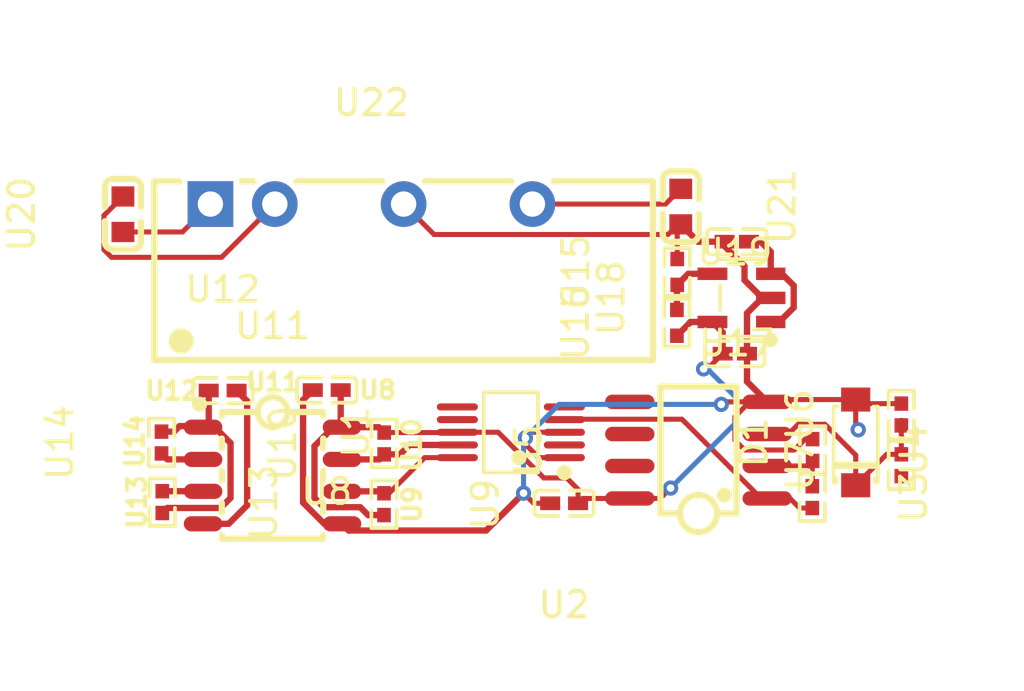
<source format=kicad_pcb>
(kicad_pcb (version 20240108) (generator "pcbnew") (generator_version "8.0")
  (layers (0 "F.Cu" signal) (31 "B.Cu" signal) (34 "B.Paste" user) (35 "F.Paste" user) (36 "B.SilkS" user "B.Silkscreen") (37 "F.SilkS" user "F.Silkscreen") (38 "B.Mask" user) (39 "F.Mask" user) (44 "Edge.Cuts" user))
  (net 0 "")
  (net 1 "AIN2")
  (net 2 "output")
  (net 3 "io")
  (net 4 "line-1")
  (net 5 "line")
  (net 6 "out")
  (net 7 "gnd-1")
  (net 8 "analog_in.amplifier.opamp.footprint.pins[5].net-net")
  (net 9 "hv-1")
  (net 10 "hv-3")
  (net 11 "AIN1")
  (net 12 "analog_in.amplifier.opamp.footprint.pins[6].net-net")
  (net 13 "gnd")
  (net 14 "gnd-2")
  (net 15 "cathode")
  (net 16 "ALERT_slash_RDY")
  (net 17 "hv-2")
  (net 18 "inverting")
  (net 19 "line-3")
  (net 20 "AIN3")
  (net 21 "hv")
  (net 22 "line-2")
  (net 23 "analog_in.amplifier.opamp.footprint.pins[4].net-net")
  (footprint "atopile:R0402-56259e" (layer "F.Cu") (at 78 49.2 90)
    (property "Reference" "U7" (at 0 -4 90) (layer "F.SilkS") (hide no))
    (property "Value" "1kΩ ±1% 62.5mW")
    (fp_line (start 0.94 -0.5) (end 0.23 -0.5) (stroke (width 0.15)) (layer "F.SilkS"))
    (fp_line (start -0.94 -0.5) (end -0.23 -0.5) (stroke (width 0.15)) (layer "F.SilkS"))
    (fp_line (start 0.94 0.5) (end 0.94 -0.5) (stroke (width 0.15)) (layer "F.SilkS"))
    (fp_line (start 0.23 0.5) (end 0.94 0.5) (stroke (width 0.15)) (layer "F.SilkS"))
    (fp_line (start -0.23 0.5) (end -0.94 0.5) (stroke (width 0.15)) (layer "F.SilkS"))
    (fp_line (start -0.94 0.5) (end -0.94 -0.5) (stroke (width 0.15)) (layer "F.SilkS"))
    (fp_text user "${REFERENCE}" (at 0 -4 90) (layer "F.SilkS"))
    (pad "1" smd rect (at -0.43 0 90) (size 0.57 0.54) (layers "F.Cu" "F.Paste" "F.Mask") (net 3 "io"))
    (pad "2" smd rect (at 0.43 0 90) (size 0.57 0.54) (layers "F.Cu" "F.Paste" "F.Mask") (net 15 "cathode"))
  )
  (footprint "atopile:C0402-b3ef17" (layer "F.Cu") (at 71.433052 44.799925 0)
    (property "Reference" "U19" (hide yes))
    (property "Value" "1µF ±10% 25V X5R")
    (fp_line (start -1.17 0.35) (end -1.17 -0.35) (stroke (width 0.15)) (layer "F.SilkS"))
    (fp_line (start -1.02 -0.5) (end -0.23 -0.5) (stroke (width 0.15)) (layer "F.SilkS"))
    (fp_line (start -0.23 0.5) (end -1.02 0.5) (stroke (width 0.15)) (layer "F.SilkS"))
    (fp_line (start 0.23 0.5) (end 1.02 0.5) (stroke (width 0.15)) (layer "F.SilkS"))
    (fp_line (start 1.02 -0.5) (end 0.23 -0.5) (stroke (width 0.15)) (layer "F.SilkS"))
    (fp_line (start 1.17 0.35) (end 1.17 -0.35) (stroke (width 0.15)) (layer "F.SilkS"))
    (fp_arc (start -1.17 -0.35) (mid -1.126066 -0.456066) (end -1.02 -0.5) (stroke (width 0.15)) (layer "F.SilkS"))
    (fp_arc (start -1.02 0.5) (mid -1.126066 0.456066) (end -1.17 0.35) (stroke (width 0.15)) (layer "F.SilkS"))
    (fp_arc (start 1.02 -0.5) (mid 1.126066 -0.456066) (end 1.17 -0.35) (stroke (width 0.15)) (layer "F.SilkS"))
    (fp_arc (start 1.17 0.35) (mid 1.126066 0.456066) (end 1.02 0.5) (stroke (width 0.15)) (layer "F.SilkS"))
    (fp_text user "${REFERENCE}" (at 0 -4 0) (layer "F.SilkS"))
    (pad "1" smd rect (at -0.48 0 0) (size 0.79 0.54) (layers "F.Cu" "F.Paste" "F.Mask") (net 9 "hv-1"))
    (pad "2" smd rect (at 0.48 0 0) (size 0.79 0.54) (layers "F.Cu" "F.Paste" "F.Mask") (net 13 "gnd"))
  )
  (footprint "atopile:PWRM-TH_BXXXXS-2WR3-d8b2fb" (layer "F.Cu") (at 57.1 38.9 0)
    (property "Reference" "U22" (at 0 -4 0) (layer "F.SilkS") (hide no))
    (property "Value" "")
    (fp_line (start -8.56 -0.9) (end -8.56 6.15) (stroke (width 0.25)) (layer "F.SilkS"))
    (fp_line (start -8.56 -0.9) (end -7.58 -0.9) (stroke (width 0.25)) (layer "F.SilkS"))
    (fp_line (start -8.56 6.15) (end 11.09 6.15) (stroke (width 0.25)) (layer "F.SilkS"))
    (fp_line (start -5.12 -0.9) (end -4.65 -0.9) (stroke (width 0.25)) (layer "F.SilkS"))
    (fp_line (start -2.97 -0.9) (end 0.43 -0.9) (stroke (width 0.25)) (layer "F.SilkS"))
    (fp_line (start 2.11 -0.9) (end 5.51 -0.9) (stroke (width 0.25)) (layer "F.SilkS"))
    (fp_line (start 7.19 -0.9) (end 11.1 -0.9) (stroke (width 0.25)) (layer "F.SilkS"))
    (fp_line (start 11.1 6.15) (end 11.1 -0.9) (stroke (width 0.25)) (layer "F.SilkS"))
    (fp_circle (center -7.5 5.4) (end -7.25 5.4) (stroke (width 0.5)) (fill none) (layer "F.SilkS"))
    (fp_text user "${REFERENCE}" (at 0 -4 0) (layer "F.SilkS"))
    (pad "1" thru_hole rect (at -6.35 0 0) (size 1.8 1.8) (drill 0.999998) (layers "*.Cu" "*.Mask") (net 10 "hv-3"))
    (pad "2" thru_hole circle (at -3.81 0 0) (size 1.8 1.8) (drill 0.999998) (layers "*.Cu" "*.Mask") (net 7 "gnd-1"))
    (pad "4" thru_hole circle (at 1.27 0 0) (size 1.8 1.8) (drill 0.999998) (layers "*.Cu" "*.Mask") (net 13 "gnd"))
    (pad "6" thru_hole circle (at 6.35 0 0) (size 1.8 1.8) (drill 0.999998) (layers "*.Cu" "*.Mask") (net 21 "hv"))
  )
  (footprint "atopile:R0402-56259e" (layer "F.Cu") (at 48.821806 48.304894 90)
    (property "Reference" "U14" (at 0.051246 -1.059311 90) (layer "F.SilkS") (hide no) (effects (font (size 0.7 0.7) (thickness 0.2))))
    (property "Value" "10kΩ ±1% 62.5mW")
    (fp_line (start 0.94 -0.5) (end 0.23 -0.5) (stroke (width 0.15)) (layer "F.SilkS"))
    (fp_line (start -0.94 -0.5) (end -0.23 -0.5) (stroke (width 0.15)) (layer "F.SilkS"))
    (fp_line (start 0.94 0.5) (end 0.94 -0.5) (stroke (width 0.15)) (layer "F.SilkS"))
    (fp_line (start 0.23 0.5) (end 0.94 0.5) (stroke (width 0.15)) (layer "F.SilkS"))
    (fp_line (start -0.23 0.5) (end -0.94 0.5) (stroke (width 0.15)) (layer "F.SilkS"))
    (fp_line (start -0.94 0.5) (end -0.94 -0.5) (stroke (width 0.15)) (layer "F.SilkS"))
    (fp_text user "${REFERENCE}" (at 0 -4 90) (layer "F.SilkS"))
    (pad "1" smd rect (at -0.43 0 90) (size 0.57 0.54) (layers "F.Cu" "F.Paste" "F.Mask") (net 19 "line-3"))
    (pad "2" smd rect (at 0.43 0 90) (size 0.57 0.54) (layers "F.Cu" "F.Paste" "F.Mask") (net 17 "hv-2"))
  )
  (footprint "atopile:SOIC-8_L5.0-W4.0-P1.27-LS6.0-BL-294f77" (layer "F.Cu") (at 70 48.6 90)
    (property "Reference" "U5" (at 0 -6.71 90) (layer "F.SilkS") (hide no))
    (property "Value" "")
    (fp_line (start 2.5 -1.5) (end 2.5 1.5) (stroke (width 0.25)) (layer "F.SilkS"))
    (fp_line (start -2.5 -1.5) (end 2.5 -1.5) (stroke (width 0.25)) (layer "F.SilkS"))
    (fp_line (start -2.5 -1.5) (end -2.5 -0.73) (stroke (width 0.25)) (layer "F.SilkS"))
    (fp_line (start -2.5 1.5) (end -2.5 0.73) (stroke (width 0.25)) (layer "F.SilkS"))
    (fp_line (start -2.5 1.5) (end 2.5 1.5) (stroke (width 0.25)) (layer "F.SilkS"))
    (fp_arc (start -2.48726 -0.729889) (mid -2.50635 0.729972) (end -2.5 -0.73) (stroke (width 0.25)) (layer "F.SilkS"))
    (fp_circle (center -1.78 1.02) (end -1.63 1.02) (stroke (width 0.3)) (fill none) (layer "F.SilkS"))
    (fp_text user "${REFERENCE}" (at 0 -6.71 90) (layer "F.SilkS"))
    (pad "1" smd oval (at -1.91 2.71 90) (size 0.57 1.95) (layers "F.Cu" "F.Paste" "F.Mask") (net 2 "output"))
    (pad "2" smd oval (at -0.63 2.71 90) (size 0.57 1.95) (layers "F.Cu" "F.Paste" "F.Mask") (net 18 "inverting"))
    (pad "3" smd oval (at 0.63 2.71 90) (size 0.57 1.95) (layers "F.Cu" "F.Paste" "F.Mask") (net 15 "cathode"))
    (pad "4" smd oval (at 1.9 2.71 90) (size 0.57 1.95) (layers "F.Cu" "F.Paste" "F.Mask") (net 13 "gnd"))
    (pad "5" smd oval (at 1.9 -2.71 90) (size 0.57 1.95) (layers "F.Cu" "F.Paste" "F.Mask") (net 23 "analog_in.amplifier.opamp.footprint.pins[4].net-net"))
    (pad "6" smd oval (at 0.63 -2.71 90) (size 0.57 1.95) (layers "F.Cu" "F.Paste" "F.Mask") (net 8 "analog_in.amplifier.opamp.footprint.pins[5].net-net"))
    (pad "7" smd oval (at -0.63 -2.71 90) (size 0.57 1.95) (layers "F.Cu" "F.Paste" "F.Mask") (net 12 "analog_in.amplifier.opamp.footprint.pins[6].net-net"))
    (pad "8" smd oval (at -1.91 -2.71 90) (size 0.57 1.95) (layers "F.Cu" "F.Paste" "F.Mask") (net 9 "hv-1"))
  )
  (footprint "atopile:C0402-b3ef17" (layer "F.Cu") (at 55.338976 46.235977 180)
    (property "Reference" "U8" (at -2 0 0) (layer "F.SilkS") (hide no) (effects (font (size 0.7 0.7) (thickness 0.2))))
    (property "Value" "100nF ±10% 16V X7R")
    (fp_line (start 1.17 0.35) (end 1.17 -0.35) (stroke (width 0.15)) (layer "F.SilkS"))
    (fp_line (start 1.02 -0.5) (end 0.23 -0.5) (stroke (width 0.15)) (layer "F.SilkS"))
    (fp_line (start 0.23 0.5) (end 1.02 0.5) (stroke (width 0.15)) (layer "F.SilkS"))
    (fp_line (start -0.23 0.5) (end -1.02 0.5) (stroke (width 0.15)) (layer "F.SilkS"))
    (fp_line (start -1.02 -0.5) (end -0.23 -0.5) (stroke (width 0.15)) (layer "F.SilkS"))
    (fp_line (start -1.17 0.35) (end -1.17 -0.35) (stroke (width 0.15)) (layer "F.SilkS"))
    (fp_arc (start 1.17 0.35) (mid 1.126066 0.456066) (end 1.02 0.5) (stroke (width 0.15)) (layer "F.SilkS"))
    (fp_arc (start 1.02 -0.5) (mid 1.126066 -0.456066) (end 1.17 -0.35) (stroke (width 0.15)) (layer "F.SilkS"))
    (fp_arc (start -1.02 0.5) (mid -1.126066 0.456066) (end -1.17 0.35) (stroke (width 0.15)) (layer "F.SilkS"))
    (fp_arc (start -1.17 -0.35) (mid -1.126066 -0.456066) (end -1.02 -0.5) (stroke (width 0.15)) (layer "F.SilkS"))
    (fp_text user "${REFERENCE}" (at 0 -4 180) (layer "F.SilkS"))
    (pad "1" smd rect (at -0.55 0 180) (size 0.79 0.54) (layers "F.Cu" "F.Paste" "F.Mask") (net 9 "hv-1"))
    (pad "2" smd rect (at 0.55 0 180) (size 0.79 0.54) (layers "F.Cu" "F.Paste" "F.Mask") (net 13 "gnd"))
  )
  (footprint "atopile:R0402-56259e" (layer "F.Cu") (at 69.148828 43.582884 90)
    (property "Reference" "U16" (hide yes))
    (property "Value" "1kΩ ±1% 62.5mW")
    (fp_line (start 0.94 -0.5) (end 0.23 -0.5) (stroke (width 0.15)) (layer "F.SilkS"))
    (fp_line (start -0.94 -0.5) (end -0.23 -0.5) (stroke (width 0.15)) (layer "F.SilkS"))
    (fp_line (start 0.94 0.5) (end 0.94 -0.5) (stroke (width 0.15)) (layer "F.SilkS"))
    (fp_line (start 0.23 0.5) (end 0.94 0.5) (stroke (width 0.15)) (layer "F.SilkS"))
    (fp_line (start -0.23 0.5) (end -0.94 0.5) (stroke (width 0.15)) (layer "F.SilkS"))
    (fp_line (start -0.94 0.5) (end -0.94 -0.5) (stroke (width 0.15)) (layer "F.SilkS"))
    (fp_text user "${REFERENCE}" (at 0 -4 90) (layer "F.SilkS"))
    (pad "1" smd rect (at -0.51 0 90) (size 0.57 0.54) (layers "F.Cu" "F.Paste" "F.Mask") (net 9 "hv-1"))
    (pad "2" smd rect (at 0.51 0 90) (size 0.57 0.54) (layers "F.Cu" "F.Paste" "F.Mask") (net 6 "out"))
  )
  (footprint "atopile:C0402-b3ef17" (layer "F.Cu") (at 64.7 50.7 180)
    (property "Reference" "U2" (at 0 -4 0) (layer "F.SilkS") (hide no))
    (property "Value" "1µF ±10% 25V X5R")
    (fp_line (start 1.17 0.35) (end 1.17 -0.35) (stroke (width 0.15)) (layer "F.SilkS"))
    (fp_line (start 1.02 -0.5) (end 0.23 -0.5) (stroke (width 0.15)) (layer "F.SilkS"))
    (fp_line (start 0.23 0.5) (end 1.02 0.5) (stroke (width 0.15)) (layer "F.SilkS"))
    (fp_line (start -0.23 0.5) (end -1.02 0.5) (stroke (width 0.15)) (layer "F.SilkS"))
    (fp_line (start -1.02 -0.5) (end -0.23 -0.5) (stroke (width 0.15)) (layer "F.SilkS"))
    (fp_line (start -1.17 0.35) (end -1.17 -0.35) (stroke (width 0.15)) (layer "F.SilkS"))
    (fp_arc (start 1.17 0.35) (mid 1.126066 0.456066) (end 1.02 0.5) (stroke (width 0.15)) (layer "F.SilkS"))
    (fp_arc (start 1.02 -0.5) (mid 1.126066 -0.456066) (end 1.17 -0.35) (stroke (width 0.15)) (layer "F.SilkS"))
    (fp_arc (start -1.02 0.5) (mid -1.126066 0.456066) (end -1.17 0.35) (stroke (width 0.15)) (layer "F.SilkS"))
    (fp_arc (start -1.17 -0.35) (mid -1.126066 -0.456066) (end -1.02 -0.5) (stroke (width 0.15)) (layer "F.SilkS"))
    (fp_text user "${REFERENCE}" (at 0 -4 180) (layer "F.SilkS"))
    (pad "1" smd rect (at -0.55 0 180) (size 0.79 0.54) (layers "F.Cu" "F.Paste" "F.Mask") (net 9 "hv-1"))
    (pad "2" smd rect (at 0.55 0 180) (size 0.79 0.54) (layers "F.Cu" "F.Paste" "F.Mask") (net 13 "gnd"))
  )
  (footprint "atopile:C0603-bd72f6" (layer "F.Cu") (at 47.3 39.3 90)
    (property "Reference" "U20" (at 0 -4 90) (layer "F.SilkS") (hide no))
    (property "Value" "4.7µF ±10% 10V X5R")
    (fp_line (start 0.28 -0.71) (end 1.08 -0.71) (stroke (width 0.25)) (layer "F.SilkS"))
    (fp_line (start -0.28 -0.71) (end -1.08 -0.71) (stroke (width 0.25)) (layer "F.SilkS"))
    (fp_line (start 1.39 -0.4) (end 1.39 0.4) (stroke (width 0.25)) (layer "F.SilkS"))
    (fp_line (start -1.39 0.4) (end -1.39 -0.4) (stroke (width 0.25)) (layer "F.SilkS"))
    (fp_line (start 0.28 0.71) (end 1.08 0.71) (stroke (width 0.25)) (layer "F.SilkS"))
    (fp_line (start -0.28 0.71) (end -1.08 0.71) (stroke (width 0.25)) (layer "F.SilkS"))
    (fp_arc (start 1.08 -0.71) (mid 1.299203 -0.619203) (end 1.39 -0.4) (stroke (width 0.25)) (layer "F.SilkS"))
    (fp_arc (start -1.39 -0.4) (mid -1.299203 -0.619203) (end -1.08 -0.71) (stroke (width 0.25)) (layer "F.SilkS"))
    (fp_arc (start 1.39 0.4) (mid 1.299203 0.619203) (end 1.08 0.71) (stroke (width 0.25)) (layer "F.SilkS"))
    (fp_arc (start -1.08 0.71) (mid -1.299203 0.619203) (end -1.39 0.4) (stroke (width 0.25)) (layer "F.SilkS"))
    (fp_text user "${REFERENCE}" (at 0 -4 90) (layer "F.SilkS"))
    (pad "1" smd rect (at -0.7 0 90) (size 0.8 0.9) (layers "F.Cu" "F.Paste" "F.Mask") (net 10 "hv-3"))
    (pad "2" smd rect (at 0.7 0 90) (size 0.8 0.9) (layers "F.Cu" "F.Paste" "F.Mask") (net 7 "gnd-1"))
  )
  (footprint "atopile:R0402-56259e" (layer "F.Cu") (at 74.5 48.6 -90)
    (property "Reference" "U4" (at 0 -4 90) (layer "F.SilkS") (hide no))
    (property "Value" "10kΩ ±1% 62.5mW")
    (fp_line (start -0.94 0.5) (end -0.94 -0.5) (stroke (width 0.15)) (layer "F.SilkS"))
    (fp_line (start -0.23 0.5) (end -0.94 0.5) (stroke (width 0.15)) (layer "F.SilkS"))
    (fp_line (start 0.23 0.5) (end 0.94 0.5) (stroke (width 0.15)) (layer "F.SilkS"))
    (fp_line (start 0.94 0.5) (end 0.94 -0.5) (stroke (width 0.15)) (layer "F.SilkS"))
    (fp_line (start -0.94 -0.5) (end -0.23 -0.5) (stroke (width 0.15)) (layer "F.SilkS"))
    (fp_line (start 0.94 -0.5) (end 0.23 -0.5) (stroke (width 0.15)) (layer "F.SilkS"))
    (fp_text user "${REFERENCE}" (at 0 -4 -90) (layer "F.SilkS"))
    (pad "1" smd rect (at -0.43 0 270) (size 0.57 0.54) (layers "F.Cu" "F.Paste" "F.Mask") (net 13 "gnd"))
    (pad "2" smd rect (at 0.43 0 270) (size 0.57 0.54) (layers "F.Cu" "F.Paste" "F.Mask") (net 18 "inverting"))
  )
  (footprint "atopile:R0402-56259e" (layer "F.Cu") (at 78 47.2 90)
    (property "Reference" "U6" (at 0 -4 90) (layer "F.SilkS") (hide no))
    (property "Value" "1kΩ ±1% 62.5mW")
    (fp_line (start 0.94 -0.5) (end 0.23 -0.5) (stroke (width 0.15)) (layer "F.SilkS"))
    (fp_line (start -0.94 -0.5) (end -0.23 -0.5) (stroke (width 0.15)) (layer "F.SilkS"))
    (fp_line (start 0.94 0.5) (end 0.94 -0.5) (stroke (width 0.15)) (layer "F.SilkS"))
    (fp_line (start 0.23 0.5) (end 0.94 0.5) (stroke (width 0.15)) (layer "F.SilkS"))
    (fp_line (start -0.23 0.5) (end -0.94 0.5) (stroke (width 0.15)) (layer "F.SilkS"))
    (fp_line (start -0.94 0.5) (end -0.94 -0.5) (stroke (width 0.15)) (layer "F.SilkS"))
    (fp_text user "${REFERENCE}" (at 0 -4 90) (layer "F.SilkS"))
    (pad "1" smd rect (at -0.43 0 90) (size 0.57 0.54) (layers "F.Cu" "F.Paste" "F.Mask") (net 15 "cathode"))
    (pad "2" smd rect (at 0.43 0 90) (size 0.57 0.54) (layers "F.Cu" "F.Paste" "F.Mask") (net 13 "gnd"))
  )
  (footprint "lib:SOT-23-5_L3.0-W1.7-P0.95-LS2.8-BL" (layer "F.Cu") (at 71.7 42.6 90)
    (property "Reference" "U18" (hide yes))
    (property "Value" "")
    (fp_line (start 0.48 -0.85) (end -0.48 -0.85) (stroke (width 0.15)) (layer "F.SilkS"))
    (fp_line (start 1.53 0.85) (end 1.53 -0.85) (stroke (width 0.15)) (layer "F.SilkS"))
    (fp_line (start -1.53 0.85) (end -1.53 -0.85) (stroke (width 0.15)) (layer "F.SilkS"))
    (fp_circle (center -1.65 1.14) (end -1.5 1.14) (stroke (width 0.3)) (fill none) (layer "F.SilkS"))
    (fp_text user "${REFERENCE}" (at 0 -5.15 90) (layer "F.SilkS"))
    (pad "1" smd rect (at -0.95 1.15 90) (size 0.49 1.16) (layers "F.Cu" "F.Paste" "F.Mask") (net 21 "hv"))
    (pad "2" smd rect (at 0 1.15 90) (size 0.49 1.16) (layers "F.Cu" "F.Paste" "F.Mask") (net 13 "gnd"))
    (pad "3" smd rect (at 0.95 1.15 90) (size 0.49 1.16) (layers "F.Cu" "F.Paste" "F.Mask") (net 21 "hv"))
    (pad "4" smd rect (at 0.95 -1.15 90) (size 0.49 1.18) (layers "F.Cu" "F.Paste" "F.Mask") (net 6 "out"))
    (pad "5" smd rect (at -0.95 -1.15 90) (size 0.49 1.18) (layers "F.Cu" "F.Paste" "F.Mask") (net 9 "hv-1"))
  )
  (footprint "lib:MSOP-10_L3.0-W3.0-P0.50-LS5.0-BL" (layer "F.Cu") (at 62.6 47.9 90)
    (property "Reference" "U1" (at 0 -6.11 90) (layer "F.SilkS") (hide no))
    (property "Value" "")
    (fp_line (start 1.58 -1.07) (end 1.58 1.07) (stroke (width 0.15)) (layer "F.SilkS"))
    (fp_line (start -1.58 -1.07) (end 1.58 -1.07) (stroke (width 0.15)) (layer "F.SilkS"))
    (fp_line (start 1.58 1.07) (end -1.58 1.07) (stroke (width 0.15)) (layer "F.SilkS"))
    (fp_line (start -1.58 1.07) (end -1.58 -1.07) (stroke (width 0.15)) (layer "F.SilkS"))
    (fp_circle (center -1 0.32) (end -0.85 0.32) (stroke (width 0.3)) (fill none) (layer "F.SilkS"))
    (fp_circle (center -1.59 2.11) (end -1.44 2.11) (stroke (width 0.3)) (fill none) (layer "F.SilkS"))
    (fp_text user "${REFERENCE}" (at 0 -6.11 90) (layer "F.SilkS"))
    (pad "1" smd oval (at -1 2.11 90) (size 0.28 1.62) (layers "F.Cu" "F.Paste" "F.Mask") (net 13 "gnd"))
    (pad "2" smd oval (at -0.5 2.11 90) (size 0.28 1.62) (layers "F.Cu" "F.Paste" "F.Mask") (net 16 "ALERT_slash_RDY"))
    (pad "3" smd oval (at 0 2.11 90) (size 0.28 1.62) (layers "F.Cu" "F.Paste" "F.Mask") (net 13 "gnd"))
    (pad "4" smd oval (at 0.5 2.11 90) (size 0.28 1.62) (layers "F.Cu" "F.Paste" "F.Mask") (net 2 "output"))
    (pad "5" smd oval (at 1 2.11 90) (size 0.28 1.62) (layers "F.Cu" "F.Paste" "F.Mask") (net 11 "AIN1"))
    (pad "6" smd oval (at 1 -2.11 90) (size 0.28 1.62) (layers "F.Cu" "F.Paste" "F.Mask") (net 1 "AIN2"))
    (pad "7" smd oval (at 0.5 -2.11 90) (size 0.28 1.62) (layers "F.Cu" "F.Paste" "F.Mask") (net 20 "AIN3"))
    (pad "8" smd oval (at 0 -2.11 90) (size 0.28 1.62) (layers "F.Cu" "F.Paste" "F.Mask") (net 9 "hv-1"))
    (pad "9" smd oval (at -0.5 -2.11 90) (size 0.28 1.62) (layers "F.Cu" "F.Paste" "F.Mask") (net 22 "line-2"))
    (pad "10" smd oval (at -1 -2.11 90) (size 0.28 1.62) (layers "F.Cu" "F.Paste" "F.Mask") (net 4 "line-1"))
  )
  (footprint "atopile:R0402-56259e" (layer "F.Cu") (at 48.851891 50.653953 -90)
    (property "Reference" "U13" (at 0 1 90) (layer "F.SilkS") (hide no) (effects (font (size 0.7 0.7) (thickness 0.2))))
    (property "Value" "10kΩ ±1% 62.5mW")
    (fp_line (start -0.94 0.5) (end -0.94 -0.5) (stroke (width 0.15)) (layer "F.SilkS"))
    (fp_line (start -0.23 0.5) (end -0.94 0.5) (stroke (width 0.15)) (layer "F.SilkS"))
    (fp_line (start 0.23 0.5) (end 0.94 0.5) (stroke (width 0.15)) (layer "F.SilkS"))
    (fp_line (start 0.94 0.5) (end 0.94 -0.5) (stroke (width 0.15)) (layer "F.SilkS"))
    (fp_line (start -0.94 -0.5) (end -0.23 -0.5) (stroke (width 0.15)) (layer "F.SilkS"))
    (fp_line (start 0.94 -0.5) (end 0.23 -0.5) (stroke (width 0.15)) (layer "F.SilkS"))
    (fp_text user "${REFERENCE}" (at 0 -4 -90) (layer "F.SilkS"))
    (pad "1" smd rect (at -0.43 0 270) (size 0.57 0.54) (layers "F.Cu" "F.Paste" "F.Mask") (net 5 "line"))
    (pad "2" smd rect (at 0.43 0 270) (size 0.57 0.54) (layers "F.Cu" "F.Paste" "F.Mask") (net 17 "hv-2"))
  )
  (footprint "lib:SOIC-8_L4.9-W3.9-P1.27-LS6.0-TL" (layer "F.Cu") (at 53.2 49.6 0)
    (property "Reference" "U11" (at 0.016417 -3.670307 0) (layer "F.SilkS") (hide no) (effects (font (size 0.7 0.7) (thickness 0.2))))
    (property "Value" "")
    (fp_line (start -2 -2.5) (end -2 -2.35) (stroke (width 0.25)) (layer "F.SilkS"))
    (fp_line (start -2 -1.45) (end -2 -1.08) (stroke (width 0.25)) (layer "F.SilkS"))
    (fp_line (start -2 -0.18) (end -2 0.19) (stroke (width 0.25)) (layer "F.SilkS"))
    (fp_line (start -2 1.09) (end -2 1.46) (stroke (width 0.25)) (layer "F.SilkS"))
    (fp_line (start -2 2.36) (end -2 2.5) (stroke (width 0.25)) (layer "F.SilkS"))
    (fp_line (start -0.58 -2.5) (end -2 -2.5) (stroke (width 0.25)) (layer "F.SilkS"))
    (fp_line (start 2 -2.5) (end 0.6 -2.5) (stroke (width 0.25)) (layer "F.SilkS"))
    (fp_line (start 2 -2.5) (end 2 -2.35) (stroke (width 0.25)) (layer "F.SilkS"))
    (fp_line (start 2 -1.45) (end 2 -1.08) (stroke (width 0.25)) (layer "F.SilkS"))
    (fp_line (start 2 -0.18) (end 2 0.19) (stroke (width 0.25)) (layer "F.SilkS"))
    (fp_line (start 2 1.09) (end 2 1.46) (stroke (width 0.25)) (layer "F.SilkS"))
    (fp_line (start 2 2.36) (end 2 2.5) (stroke (width 0.25)) (layer "F.SilkS"))
    (fp_line (start 2 2.5) (end -2 2.5) (stroke (width 0.25)) (layer "F.SilkS"))
    (fp_arc (start -0.57991 -2.500297) (mid 0.599977 -2.484851) (end -0.58 -2.49) (stroke (width 0.25)) (layer "F.SilkS"))
    (fp_circle (center -2.88 -2.8) (end -2.73 -2.8) (stroke (width 0.3)) (fill none) (layer "F.SilkS"))
    (fp_text user "${REFERENCE}" (at 0 -5.9 0) (layer "F.SilkS"))
    (pad "1" smd oval (at -2.74 -1.9 90) (size 0.6 1.52) (layers "F.Cu" "F.Paste" "F.Mask") (net 17 "hv-2"))
    (pad "2" smd oval (at -2.74 -0.63 90) (size 0.6 1.52) (layers "F.Cu" "F.Paste" "F.Mask") (net 19 "line-3"))
    (pad "3" smd oval (at -2.74 0.63 90) (size 0.6 1.52) (layers "F.Cu" "F.Paste" "F.Mask") (net 5 "line"))
    (pad "4" smd oval (at -2.74 1.91 90) (size 0.6 1.52) (layers "F.Cu" "F.Paste" "F.Mask") (net 14 "gnd-2"))
    (pad "5" smd oval (at 2.74 1.91 90) (size 0.6 1.52) (layers "F.Cu" "F.Paste" "F.Mask") (net 13 "gnd"))
    (pad "6" smd oval (at 2.74 0.63 90) (size 0.6 1.52) (layers "F.Cu" "F.Paste" "F.Mask") (net 4 "line-1"))
    (pad "7" smd oval (at 2.74 -0.63 90) (size 0.6 1.52) (layers "F.Cu" "F.Paste" "F.Mask") (net 22 "line-2"))
    (pad "8" smd oval (at 2.74 -1.9 90) (size 0.6 1.52) (layers "F.Cu" "F.Paste" "F.Mask") (net 9 "hv-1"))
  )
  (footprint "atopile:SOD-123_L2.8-W1.8-LS3.7-RD-5bef17" (layer "F.Cu") (at 76.2 48.3 90)
    (property "Reference" "D1" (at 0 -4 90) (layer "F.SilkS") (hide no))
    (property "Value" "")
    (fp_line (start 1.41 -0.87) (end 1.41 -0.7) (stroke (width 0.15)) (layer "F.SilkS"))
    (fp_line (start -0.83 -0.87) (end -0.83 0.87) (stroke (width 0.15)) (layer "F.SilkS"))
    (fp_line (start -0.97 -0.87) (end -0.97 0.87) (stroke (width 0.15)) (layer "F.SilkS"))
    (fp_line (start -1.41 -0.87) (end 1.41 -0.87) (stroke (width 0.15)) (layer "F.SilkS"))
    (fp_line (start -1.41 -0.87) (end -1.41 -0.76) (stroke (width 0.15)) (layer "F.SilkS"))
    (fp_line (start -1.58 -0.87) (end -1.41 -0.87) (stroke (width 0.15)) (layer "F.SilkS"))
    (fp_line (start -1.58 -0.76) (end -1.58 -0.87) (stroke (width 0.15)) (layer "F.SilkS"))
    (fp_line (start -1.58 -0.76) (end -1.41 -0.76) (stroke (width 0.15)) (layer "F.SilkS"))
    (fp_line (start -1.41 0.76) (end -1.41 0.87) (stroke (width 0.15)) (layer "F.SilkS"))
    (fp_line (start -1.58 0.76) (end -1.41 0.76) (stroke (width 0.15)) (layer "F.SilkS"))
    (fp_line (start 1.41 0.87) (end 1.41 0.7) (stroke (width 0.15)) (layer "F.SilkS"))
    (fp_line (start -1.41 0.87) (end 1.41 0.87) (stroke (width 0.15)) (layer "F.SilkS"))
    (fp_line (start -1.41 0.87) (end -1.58 0.87) (stroke (width 0.15)) (layer "F.SilkS"))
    (fp_line (start -1.58 0.87) (end -1.58 0.76) (stroke (width 0.15)) (layer "F.SilkS"))
    (fp_text user "${REFERENCE}" (at 0 -4 90) (layer "F.SilkS"))
    (pad "1" smd rect (at -1.69 0 90) (size 0.95 1.15) (layers "F.Cu" "F.Paste" "F.Mask") (net 15 "cathode"))
    (pad "2" smd rect (at 1.69 0 90) (size 0.95 1.15) (layers "F.Cu" "F.Paste" "F.Mask") (net 13 "gnd"))
  )
  (footprint "atopile:C0402-b3ef17" (layer "F.Cu") (at 51.233448 46.254773 0)
    (property "Reference" "U12" (at -2.005192 0.008045 0) (layer "F.SilkS") (hide no) (effects (font (size 0.7 0.7) (thickness 0.2))))
    (property "Value" "100nF ±10% 16V X7R")
    (fp_line (start -1.17 0.35) (end -1.17 -0.35) (stroke (width 0.15)) (layer "F.SilkS"))
    (fp_line (start -1.02 -0.5) (end -0.23 -0.5) (stroke (width 0.15)) (layer "F.SilkS"))
    (fp_line (start -0.23 0.5) (end -1.02 0.5) (stroke (width 0.15)) (layer "F.SilkS"))
    (fp_line (start 0.23 0.5) (end 1.02 0.5) (stroke (width 0.15)) (layer "F.SilkS"))
    (fp_line (start 1.02 -0.5) (end 0.23 -0.5) (stroke (width 0.15)) (layer "F.SilkS"))
    (fp_line (start 1.17 0.35) (end 1.17 -0.35) (stroke (width 0.15)) (layer "F.SilkS"))
    (fp_arc (start -1.17 -0.35) (mid -1.126066 -0.456066) (end -1.02 -0.5) (stroke (width 0.15)) (layer "F.SilkS"))
    (fp_arc (start -1.02 0.5) (mid -1.126066 0.456066) (end -1.17 0.35) (stroke (width 0.15)) (layer "F.SilkS"))
    (fp_arc (start 1.02 -0.5) (mid 1.126066 -0.456066) (end 1.17 -0.35) (stroke (width 0.15)) (layer "F.SilkS"))
    (fp_arc (start 1.17 0.35) (mid 1.126066 0.456066) (end 1.02 0.5) (stroke (width 0.15)) (layer "F.SilkS"))
    (fp_text user "${REFERENCE}" (at 0 -4 0) (layer "F.SilkS"))
    (pad "1" smd rect (at -0.55 0 0) (size 0.79 0.54) (layers "F.Cu" "F.Paste" "F.Mask") (net 17 "hv-2"))
    (pad "2" smd rect (at 0.55 0 0) (size 0.79 0.54) (layers "F.Cu" "F.Paste" "F.Mask") (net 14 "gnd-2"))
  )
  (footprint "atopile:C0603-bd72f6" (layer "F.Cu") (at 69.3 39 -90)
    (property "Reference" "U21" (at 0 -4 90) (layer "F.SilkS") (hide no))
    (property "Value" "10µF ±10% 10V X5R")
    (fp_line (start -0.28 0.71) (end -1.08 0.71) (stroke (width 0.25)) (layer "F.SilkS"))
    (fp_line (start 0.28 0.71) (end 1.08 0.71) (stroke (width 0.25)) (layer "F.SilkS"))
    (fp_line (start -1.39 0.4) (end -1.39 -0.4) (stroke (width 0.25)) (layer "F.SilkS"))
    (fp_line (start 1.39 -0.4) (end 1.39 0.4) (stroke (width 0.25)) (layer "F.SilkS"))
    (fp_line (start -0.28 -0.71) (end -1.08 -0.71) (stroke (width 0.25)) (layer "F.SilkS"))
    (fp_line (start 0.28 -0.71) (end 1.08 -0.71) (stroke (width 0.25)) (layer "F.SilkS"))
    (fp_arc (start -1.08 0.71) (mid -1.299203 0.619203) (end -1.39 0.4) (stroke (width 0.25)) (layer "F.SilkS"))
    (fp_arc (start 1.39 0.4) (mid 1.299203 0.619203) (end 1.08 0.71) (stroke (width 0.25)) (layer "F.SilkS"))
    (fp_arc (start -1.39 -0.4) (mid -1.299203 -0.619203) (end -1.08 -0.71) (stroke (width 0.25)) (layer "F.SilkS"))
    (fp_arc (start 1.08 -0.71) (mid 1.299203 -0.619203) (end 1.39 -0.4) (stroke (width 0.25)) (layer "F.SilkS"))
    (fp_text user "${REFERENCE}" (at 0 -4 90) (layer "F.SilkS"))
    (pad "1" smd rect (at -0.7 0 270) (size 0.8 0.9) (layers "F.Cu" "F.Paste" "F.Mask") (net 21 "hv"))
    (pad "2" smd rect (at 0.7 0 270) (size 0.8 0.9) (layers "F.Cu" "F.Paste" "F.Mask") (net 13 "gnd"))
  )
  (footprint "atopile:R0402-56259e" (layer "F.Cu") (at 74.488342 50.458401 -90)
    (property "Reference" "U3" (at 0 -4 90) (layer "F.SilkS") (hide no))
    (property "Value" "10kΩ ±1% 62.5mW")
    (fp_line (start -0.94 0.5) (end -0.94 -0.5) (stroke (width 0.15)) (layer "F.SilkS"))
    (fp_line (start -0.23 0.5) (end -0.94 0.5) (stroke (width 0.15)) (layer "F.SilkS"))
    (fp_line (start 0.23 0.5) (end 0.94 0.5) (stroke (width 0.15)) (layer "F.SilkS"))
    (fp_line (start 0.94 0.5) (end 0.94 -0.5) (stroke (width 0.15)) (layer "F.SilkS"))
    (fp_line (start -0.94 -0.5) (end -0.23 -0.5) (stroke (width 0.15)) (layer "F.SilkS"))
    (fp_line (start 0.94 -0.5) (end 0.23 -0.5) (stroke (width 0.15)) (layer "F.SilkS"))
    (fp_text user "${REFERENCE}" (at 0 -4 -90) (layer "F.SilkS"))
    (pad "1" smd rect (at -0.43 0 270) (size 0.57 0.54) (layers "F.Cu" "F.Paste" "F.Mask") (net 18 "inverting"))
    (pad "2" smd rect (at 0.43 0 270) (size 0.57 0.54) (layers "F.Cu" "F.Paste" "F.Mask") (net 2 "output"))
  )
  (footprint "atopile:R0402-56259e" (layer "F.Cu") (at 57.603296 48.341883 90)
    (property "Reference" "U10" (at -0.05995 1.091531 -90) (layer "F.SilkS") (hide no) (effects (font (size 0.7 0.7) (thickness 0.2))))
    (property "Value" "10kΩ ±1% 62.5mW")
    (fp_line (start 0.94 -0.5) (end 0.23 -0.5) (stroke (width 0.15)) (layer "F.SilkS"))
    (fp_line (start -0.94 -0.5) (end -0.23 -0.5) (stroke (width 0.15)) (layer "F.SilkS"))
    (fp_line (start 0.94 0.5) (end 0.94 -0.5) (stroke (width 0.15)) (layer "F.SilkS"))
    (fp_line (start 0.23 0.5) (end 0.94 0.5) (stroke (width 0.15)) (layer "F.SilkS"))
    (fp_line (start -0.23 0.5) (end -0.94 0.5) (stroke (width 0.15)) (layer "F.SilkS"))
    (fp_line (start -0.94 0.5) (end -0.94 -0.5) (stroke (width 0.15)) (layer "F.SilkS"))
    (fp_text user "${REFERENCE}" (at 0 -4 90) (layer "F.SilkS"))
    (pad "1" smd rect (at -0.43 0 90) (size 0.57 0.54) (layers "F.Cu" "F.Paste" "F.Mask") (net 22 "line-2"))
    (pad "2" smd rect (at 0.43 0 90) (size 0.57 0.54) (layers "F.Cu" "F.Paste" "F.Mask") (net 9 "hv-1"))
  )
  (footprint "atopile:C0402-b3ef17" (layer "F.Cu") (at 71.510302 40.383823 180)
    (property "Reference" "U17" (hide yes))
    (property "Value" "1µF ±10% 25V X5R")
    (fp_line (start 1.17 0.35) (end 1.17 -0.35) (stroke (width 0.15)) (layer "F.SilkS"))
    (fp_line (start 1.02 -0.5) (end 0.23 -0.5) (stroke (width 0.15)) (layer "F.SilkS"))
    (fp_line (start 0.23 0.5) (end 1.02 0.5) (stroke (width 0.15)) (layer "F.SilkS"))
    (fp_line (start -0.23 0.5) (end -1.02 0.5) (stroke (width 0.15)) (layer "F.SilkS"))
    (fp_line (start -1.02 -0.5) (end -0.23 -0.5) (stroke (width 0.15)) (layer "F.SilkS"))
    (fp_line (start -1.17 0.35) (end -1.17 -0.35) (stroke (width 0.15)) (layer "F.SilkS"))
    (fp_arc (start 1.17 0.35) (mid 1.126066 0.456066) (end 1.02 0.5) (stroke (width 0.15)) (layer "F.SilkS"))
    (fp_arc (start 1.02 -0.5) (mid 1.126066 -0.456066) (end 1.17 -0.35) (stroke (width 0.15)) (layer "F.SilkS"))
    (fp_arc (start -1.02 0.5) (mid -1.126066 0.456066) (end -1.17 0.35) (stroke (width 0.15)) (layer "F.SilkS"))
    (fp_arc (start -1.17 -0.35) (mid -1.126066 -0.456066) (end -1.02 -0.5) (stroke (width 0.15)) (layer "F.SilkS"))
    (fp_text user "${REFERENCE}" (at 0 -4 360) (layer "F.SilkS"))
    (pad "1" smd rect (at -0.48 0 180) (size 0.79 0.54) (layers "F.Cu" "F.Paste" "F.Mask") (net 21 "hv"))
    (pad "2" smd rect (at 0.48 0 180) (size 0.79 0.54) (layers "F.Cu" "F.Paste" "F.Mask") (net 13 "gnd"))
  )
  (footprint "atopile:R0402-56259e" (layer "F.Cu") (at 69.16145 41.576106 90)
    (property "Reference" "U15" (hide yes))
    (property "Value" "1kΩ ±1% 62.5mW")
    (fp_line (start 0.94 -0.5) (end 0.23 -0.5) (stroke (width 0.15)) (layer "F.SilkS"))
    (fp_line (start -0.94 -0.5) (end -0.23 -0.5) (stroke (width 0.15)) (layer "F.SilkS"))
    (fp_line (start 0.94 0.5) (end 0.94 -0.5) (stroke (width 0.15)) (layer "F.SilkS"))
    (fp_line (start 0.23 0.5) (end 0.94 0.5) (stroke (width 0.15)) (layer "F.SilkS"))
    (fp_line (start -0.23 0.5) (end -0.94 0.5) (stroke (width 0.15)) (layer "F.SilkS"))
    (fp_line (start -0.94 0.5) (end -0.94 -0.5) (stroke (width 0.15)) (layer "F.SilkS"))
    (fp_text user "${REFERENCE}" (at 0 -4 90) (layer "F.SilkS"))
    (pad "1" smd rect (at -0.51 0 90) (size 0.57 0.54) (layers "F.Cu" "F.Paste" "F.Mask") (net 6 "out"))
    (pad "2" smd rect (at 0.51 0 90) (size 0.57 0.54) (layers "F.Cu" "F.Paste" "F.Mask") (net 13 "gnd"))
  )
  (footprint "atopile:R0402-56259e" (layer "F.Cu") (at 57.597862 50.735615 -90)
    (property "Reference" "U9" (at 0.00854 -1.109047 -90) (layer "F.SilkS") (hide no) (effects (font (size 0.7 0.7) (thickness 0.2))))
    (property "Value" "10kΩ ±1% 62.5mW")
    (fp_line (start -0.94 0.5) (end -0.94 -0.5) (stroke (width 0.15)) (layer "F.SilkS"))
    (fp_line (start -0.23 0.5) (end -0.94 0.5) (stroke (width 0.15)) (layer "F.SilkS"))
    (fp_line (start 0.23 0.5) (end 0.94 0.5) (stroke (width 0.15)) (layer "F.SilkS"))
    (fp_line (start 0.94 0.5) (end 0.94 -0.5) (stroke (width 0.15)) (layer "F.SilkS"))
    (fp_line (start -0.94 -0.5) (end -0.23 -0.5) (stroke (width 0.15)) (layer "F.SilkS"))
    (fp_line (start 0.94 -0.5) (end 0.23 -0.5) (stroke (width 0.15)) (layer "F.SilkS"))
    (fp_text user "${REFERENCE}" (at 0 -4 -90) (layer "F.SilkS"))
    (pad "1" smd rect (at -0.43 0 270) (size 0.57 0.54) (layers "F.Cu" "F.Paste" "F.Mask") (net 4 "line-1"))
    (pad "2" smd rect (at 0.43 0 270) (size 0.57 0.54) (layers "F.Cu" "F.Paste" "F.Mask") (net 9 "hv-1"))
  )
  (via (at 68.9 50.1) (size 0.6) (drill 0.3) (net 9) (layers "F.Cu" "B.Cu"))
  (via (at 70.2 45.4) (size 0.6) (drill 0.3) (net 9) (layers "F.Cu" "B.Cu"))
  (via (at 63.1 50.3) (size 0.6) (drill 0.3) (net 13) (layers "F.Cu" "B.Cu"))
  (via (at 70.9 46.8) (size 0.6) (drill 0.3) (net 13) (layers "F.Cu" "B.Cu"))
  (via (at 63.174265 48.125735) (size 0.6) (drill 0.3) (net 13) (layers "F.Cu" "B.Cu"))
  (via (at 76.3 47.8) (size 0.6) (drill 0.3) (net 13) (layers "F.Cu" "B.Cu"))
  (segment (start 69.347685 47.385) (end 72.472685 50.51) (width 0.2) (layer "F.Cu") (net 2))
  (segment (start 64.725 47.385) (end 69.347685 47.385) (width 0.2) (layer "F.Cu") (net 2))
  (segment (start 73.611228 50.51) (end 73.989629 50.888401) (width 0.2) (layer "F.Cu") (net 2))
  (segment (start 72.71 50.51) (end 73.611228 50.51) (width 0.2) (layer "F.Cu") (net 2))
  (segment (start 64.71 47.4) (end 64.725 47.385) (width 0.2) (layer "F.Cu") (net 2))
  (segment (start 72.472685 50.51) (end 72.71 50.51) (width 0.2) (layer "F.Cu") (net 2))
  (segment (start 73.989629 50.888401) (end 74.488342 50.888401) (width 0.2) (layer "F.Cu") (net 2))
  (segment (start 57.794385 50.305615) (end 57.597862 50.305615) (width 0.2) (layer "F.Cu") (net 4))
  (segment (start 60.49 48.9) (end 59.2 48.9) (width 0.2) (layer "F.Cu") (net 4))
  (segment (start 55.94 50.23) (end 57.522247 50.23) (width 0.25) (layer "F.Cu") (net 4))
  (segment (start 57.522247 50.23) (end 57.597862 50.305615) (width 0.25) (layer "F.Cu") (net 4))
  (segment (start 59.2 48.9) (end 57.794385 50.305615) (width 0.2) (layer "F.Cu") (net 4))
  (segment (start 48.851891 50.223953) (end 50.453953 50.223953) (width 0.25) (layer "F.Cu") (net 5))
  (segment (start 50.453953 50.223953) (end 50.46 50.23) (width 0.25) (layer "F.Cu") (net 5))
  (segment (start 69.597556 41.65) (end 69.16145 42.086106) (width 0.25) (layer "F.Cu") (net 6))
  (segment (start 69.148828 42.098728) (end 69.16145 42.086106) (width 0.25) (layer "F.Cu") (net 6))
  (segment (start 70.55 41.65) (end 69.597556 41.65) (width 0.25) (layer "F.Cu") (net 6))
  (segment (start 69.148828 43.072884) (end 69.148828 42.098728) (width 0.25) (layer "F.Cu") (net 6))
  (segment (start 51.19 41) (end 53.29 38.9) (width 0.2) (layer "F.Cu") (net 7))
  (segment (start 46.55 40.7) (end 46.85 41) (width 0.2) (layer "F.Cu") (net 7))
  (segment (start 46.55 39.35) (end 46.55 40.7) (width 0.2) (layer "F.Cu") (net 7))
  (segment (start 47.3 38.6) (end 46.55 39.35) (width 0.2) (layer "F.Cu") (net 7))
  (segment (start 46.85 41) (end 51.19 41) (width 0.2) (layer "F.Cu") (net 7))
  (segment (start 60.49 47.9) (end 62.1 47.9) (width 0.2) (layer "F.Cu") (net 9))
  (segment (start 55.888976 46.235977) (end 55.888976 47.648976) (width 0.25) (layer "F.Cu") (net 9))
  (segment (start 69.679092 43.55) (end 70.55 43.55) (width 0.25) (layer "F.Cu") (net 9))
  (segment (start 62.1 47.9) (end 63.9 49.7) (width 0.2) (layer "F.Cu") (net 9))
  (segment (start 60.2 47.9) (end 60.188117 47.911883) (width 0.2) (layer "F.Cu") (net 9))
  (segment (start 54.855 48.445) (end 55.6 47.7) (width 0.25) (layer "F.Cu") (net 9))
  (segment (start 70.953052 44.799925) (end 70.953052 43.953052) (width 0.25) (layer "F.Cu") (net 9))
  (segment (start 70.953052 43.953052) (end 70.55 43.55) (width 0.25) (layer "F.Cu") (net 9))
  (segment (start 70.352977 45.4) (end 70.953052 44.799925) (width 0.2) (layer "F.Cu") (net 9))
  (segment (start 55.6 47.7) (end 55.94 47.7) (width 0.25) (layer "F.Cu") (net 9))
  (segment (start 69.6663 43.575412) (end 69.6663 43.562792) (width 0.25) (layer "F.Cu") (net 9))
  (segment (start 68.49 50.51) (end 68.9 50.1) (width 0.2) (layer "F.Cu") (net 9))
  (segment (start 56.658883 50.855) (end 55.221117 50.855) (width 0.25) (layer "F.Cu") (net 9))
  (segment (start 63.9 49.7) (end 64.8 49.7) (width 0.2) (layer "F.Cu") (net 9))
  (segment (start 57.391413 47.7) (end 55.94 47.7) (width 0.25) (layer "F.Cu") (net 9))
  (segment (start 57.597862 51.165615) (end 56.969498 51.165615) (width 0.25) (layer "F.Cu") (net 9))
  (segment (start 67.29 50.51) (end 68.49 50.51) (width 0.2) (layer "F.Cu") (net 9))
  (segment (start 55.221117 50.855) (end 54.855 50.488883) (width 0.25) (layer "F.Cu") (net 9))
  (segment (start 64.8 49.7) (end 65.25 50.15) (width 0.2) (layer "F.Cu") (net 9))
  (segment (start 65.44 50.51) (end 65.25 50.7) (width 0.2) (layer "F.Cu") (net 9))
  (segment (start 60.49 47.9) (end 60.2 47.9) (width 0.2) (layer "F.Cu") (net 9))
  (segment (start 57.603296 47.911883) (end 57.391413 47.7) (width 0.25) (layer "F.Cu") (net 9))
  (segment (start 69.148828 44.092884) (end 69.6663 43.575412) (width 0.25) (layer "F.Cu") (net 9))
  (segment (start 56.969498 51.165615) (end 56.658883 50.855) (width 0.25) (layer "F.Cu") (net 9))
  (segment (start 67.29 50.51) (end 65.44 50.51) (width 0.2) (layer "F.Cu") (net 9))
  (segment (start 55.888976 47.648976) (end 55.94 47.7) (width 0.25) (layer "F.Cu") (net 9))
  (segment (start 69.6663 43.562792) (end 69.679092 43.55) (width 0.25) (layer "F.Cu") (net 9))
  (segment (start 70.2 45.4) (end 70.352977 45.4) (width 0.2) (layer "F.Cu") (net 9))
  (segment (start 60.188117 47.911883) (end 57.603296 47.911883) (width 0.2) (layer "F.Cu") (net 9))
  (segment (start 54.855 50.488883) (end 54.855 48.445) (width 0.25) (layer "F.Cu") (net 9))
  (segment (start 65.25 50.15) (end 65.25 50.7) (width 0.2) (layer "F.Cu") (net 9))
  (segment (start 71.5 47.5) (end 71.5 46.551471) (width 0.2) (layer "B.Cu") (net 9))
  (segment (start 71.5 46.551471) (end 70.348529 45.4) (width 0.2) (layer "B.Cu") (net 9))
  (segment (start 68.9 50.1) (end 71.5 47.5) (width 0.2) (layer "B.Cu") (net 9))
  (segment (start 70.348529 45.4) (end 70.2 45.4) (width 0.2) (layer "B.Cu") (net 9))
  (segment (start 49.65 40) (end 50.75 38.9) (width 0.2) (layer "F.Cu") (net 10))
  (segment (start 47.3 40) (end 49.65 40) (width 0.2) (layer "F.Cu") (net 10))
  (segment (start 63.4 47.9) (end 63.174265 48.125735) (width 0.2) (layer "F.Cu") (net 13))
  (segment (start 71 46.7) (end 70.9 46.8) (width 0.2) (layer "F.Cu") (net 13))
  (segment (start 61.624385 51.775615) (end 63.1 50.3) (width 0.25) (layer "F.Cu") (net 13))
  (segment (start 72.515 42.6) (end 72.85 42.6) (width 0.25) (layer "F.Cu") (net 13))
  (segment (start 56.205615 51.775615) (end 61.624385 51.775615) (width 0.25) (layer "F.Cu") (net 13))
  (segment (start 54.788976 46.235977) (end 54.405 46.619953) (width 0.25) (layer "F.Cu") (net 13))
  (segment (start 63.5 50.7) (end 63.1 50.3) (width 0.2) (layer "F.Cu") (net 13))
  (segment (start 71.913052 44.799925) (end 71.913052 43.201948) (width 0.25) (layer "F.Cu") (net 13))
  (segment (start 59.57 40.1) (end 58.37 38.9) (width 0.2) (layer "F.Cu") (net 13))
  (segment (start 69.16145 39.83855) (end 69.3 39.7) (width 0.2) (layer "F.Cu") (net 13))
  (segment (start 71.814492 41.899492) (end 72.515 42.6) (width 0.25) (layer "F.Cu") (net 13))
  (segment (start 72.71 46.7) (end 72.02 46.7) (width 0.2) (layer "F.Cu") (net 13))
  (segment (start 63.7 48.9) (end 63.174265 48.374265) (width 0.2) (layer "F.Cu") (net 13))
  (segment (start 76.36 46.77) (end 76.2 46.61) (width 0.2) (layer "F.Cu") (net 13))
  (segment (start 55.94 51.51) (end 56.205615 51.775615) (width 0.25) (layer "F.Cu") (net 13))
  (segment (start 54.405 46.619953) (end 54.405 50.675279) (width 0.25) (layer "F.Cu") (net 13))
  (segment (start 68.8 40.1) (end 59.57 40.1) (width 0.2) (layer "F.Cu") (net 13))
  (segment (start 71.030302 40.383823) (end 69.983823 40.383823) (width 0.25) (layer "F.Cu") (net 13))
  (segment (start 64.15 50.7) (end 63.5 50.7) (width 0.2) (layer "F.Cu") (net 13))
  (segment (start 71.030302 40.383823) (end 71.030302 40.561553) (width 0.25) (layer "F.Cu") (net 13))
  (segment (start 71.913052 45.903052) (end 72.71 46.7) (width 0.25) (layer "F.Cu") (net 13))
  (segment (start 73.775 48.6) (end 74.205 48.17) (width 0.2) (layer "F.Cu") (net 13))
  (segment (start 69.983823 40.383823) (end 69.3 39.7) (width 0.25) (layer "F.Cu") (net 13))
  (segment (start 64.71 48.9) (end 63.7 48.9) (width 0.2) (layer "F.Cu") (net 13))
  (segment (start 76.2 47.7) (end 76.3 47.8) (width 0.2) (layer "F.Cu") (net 13))
  (segment (start 75.6 46.61) (end 72.8 46.61) (width 0.2) (layer "F.Cu") (net 13))
  (segment (start 72.8 46.61) (end 72.71 46.7) (width 0.2) (layer "F.Cu") (net 13))
  (segment (start 74.205 48.17) (end 74.5 48.17) (width 0.2) (layer "F.Cu") (net 13))
  (segment (start 71.435 47.285) (end 71.435 48.212315) (width 0.2) (layer "F.Cu") (net 13))
  (segment (start 72.02 46.7) (end 71.435 47.285) (width 0.2) (layer "F.Cu") (net 13))
  (segment (start 71.435 48.212315) (end 71.822685 48.6) (width 0.2) (layer "F.Cu") (net 13))
  (segment (start 54.405 50.675279) (end 55.239721 51.51) (width 0.25) (layer "F.Cu") (net 13))
  (segment (start 71.030302 40.561553) (end 71.814492 41.345743) (width 0.25) (layer "F.Cu") (net 13))
  (segment (start 55.239721 51.51) (end 55.94 51.51) (width 0.25) (layer "F.Cu") (net 13))
  (segment (start 71.913052 44.799925) (end 71.913052 45.903052) (width 0.25) (layer "F.Cu") (net 13))
  (segment (start 64.71 47.9) (end 63.4 47.9) (width 0.2) (layer "F.Cu") (net 13))
  (segment (start 71.814492 41.345743) (end 71.814492 41.899492) (width 0.25) (layer "F.Cu") (net 13))
  (segment (start 71.822685 48.6) (end 73.775 48.6) (width 0.2) (layer "F.Cu") (net 13))
  (segment (start 71.913052 43.201948) (end 72.515 42.6) (width 0.25) (layer "F.Cu") (net 13))
  (segment (start 69.3 39.7) (end 69.2 39.7) (width 0.2) (layer "F.Cu") (net 13))
  (segment (start 69.2 39.7) (end 68.8 40.1) (width 0.2) (layer "F.Cu") (net 13))
  (segment (start 76.2 46.61) (end 76.2 47.7) (width 0.2) (layer "F.Cu") (net 13))
  (segment (start 78 46.77) (end 76.36 46.77) (width 0.2) (layer "F.Cu") (net 13))
  (segment (start 69.16145 41.066106) (end 69.16145 39.83855) (width 0.2) (layer "F.Cu") (net 13))
  (segment (start 72.71 46.7) (end 71 46.7) (width 0.2) (layer "F.Cu") (net 13))
  (segment (start 63.174265 48.374265) (end 63.174265 48.125735) (width 0.2) (layer "F.Cu") (net 13))
  (segment (start 63.174265 48.125735) (end 63.1 48.2) (width 0.2) (layer "B.Cu") (net 13))
  (segment (start 64.5 46.8) (end 70.9 46.8) (width 0.2) (layer "B.Cu") (net 13))
  (segment (start 63.1 48.2) (end 63.1 50.3) (width 0.2) (layer "B.Cu") (net 13))
  (segment (start 63.174265 48.125735) (end 64.5 46.8) (width 0.2) (layer "B.Cu") (net 13))
  (segment (start 51.47 51.51) (end 52.2 50.78) (width 0.25) (layer "F.Cu") (net 14))
  (segment (start 52.2 50.78) (end 52.2 46.671325) (width 0.25) (layer "F.Cu") (net 14))
  (segment (start 52.2 46.671325) (end 51.783448 46.254773) (width 0.25) (layer "F.Cu") (net 14))
  (segment (start 50.46 51.51) (end 51.47 51.51) (width 0.25) (layer "F.Cu") (net 14))
  (segment (start 78 47.43) (end 78 48.77) (width 0.2) (layer "F.Cu") (net 15))
  (segment (start 72.739814 47.940186) (end 73.574814 47.940186) (width 0.2) (layer "F.Cu") (net 15))
  (segment (start 74.985 47.585) (end 76.2 48.8) (width 0.2) (layer "F.Cu") (net 15))
  (segment (start 73.93 47.585) (end 74.985 47.585) (width 0.2) (layer "F.Cu") (net 15))
  (segment (start 76.2 48.8) (end 76.2 49.99) (width 0.2) (layer "F.Cu") (net 15))
  (segment (start 78 48.77) (end 77.42 48.77) (width 0.2) (layer "F.Cu") (net 15))
  (segment (start 77.42 48.77) (end 76.2 49.99) (width 0.2) (layer "F.Cu") (net 15))
  (segment (start 72.71 47.97) (end 72.739814 47.940186) (width 0.2) (layer "F.Cu") (net 15))
  (segment (start 73.574814 47.940186) (end 73.93 47.585) (width 0.2) (layer "F.Cu") (net 15))
  (segment (start 51.545 48.325) (end 50.92 47.7) (width 0.25) (layer "F.Cu") (net 17))
  (segment (start 50.415082 47.655082) (end 50.46 47.7) (width 0.25) (layer "F.Cu") (net 17))
  (segment (start 48.821806 47.874894) (end 49.317127 47.874894) (width 0.25) (layer "F.Cu") (net 17))
  (segment (start 51.148883 50.885) (end 51.545 50.488883) (width 0.25) (layer "F.Cu") (net 17))
  (segment (start 49.317127 47.874894) (end 49.536939 47.655082) (width 0.25) (layer "F.Cu") (net 17))
  (segment (start 50.92 47.7) (end 50.46 47.7) (width 0.25) (layer "F.Cu") (net 17))
  (segment (start 51.545 50.488883) (end 51.545 48.325) (width 0.25) (layer "F.Cu") (net 17))
  (segment (start 48.851891 51.083953) (end 49.050844 50.885) (width 0.25) (layer "F.Cu") (net 17))
  (segment (start 49.050844 50.885) (end 51.148883 50.885) (width 0.25) (layer "F.Cu") (net 17))
  (segment (start 50.683448 46.254773) (end 50.683448 47.476552) (width 0.25) (layer "F.Cu") (net 17))
  (segment (start 50.683448 47.476552) (end 50.46 47.7) (width 0.25) (layer "F.Cu") (net 17))
  (segment (start 49.536939 47.655082) (end 50.415082 47.655082) (width 0.25) (layer "F.Cu") (net 17))
  (segment (start 74.488342 50.028401) (end 74.488342 49.041658) (width 0.2) (layer "F.Cu") (net 18))
  (segment (start 74.488342 49.041658) (end 74.5 49.03) (width 0.2) (layer "F.Cu") (net 18))
  (segment (start 74.3 49.23) (end 74.5 49.03) (width 0.2) (layer "F.Cu") (net 18))
  (segment (start 72.71 49.23) (end 74.3 49.23) (width 0.2) (layer "F.Cu") (net 18))
  (segment (start 49.056912 48.97) (end 48.821806 48.734894) (width 0.25) (layer "F.Cu") (net 19))
  (segment (start 50.46 48.97) (end 49.056912 48.97) (width 0.25) (layer "F.Cu") (net 19))
  (segment (start 72.453216 40.383823) (end 72.85 40.780607) (width 0.25) (layer "F.Cu") (net 21))
  (segment (start 72.85 43.55) (end 73.185 43.55) (width 0.25) (layer "F.Cu") (net 21))
  (segment (start 73.755 42.115) (end 73.29 41.65) (width 0.25) (layer "F.Cu") (net 21))
  (segment (start 73.185 43.55) (end 73.755 42.98) (width 0.25) (layer "F.Cu") (net 21))
  (segment (start 68.7 38.9) (end 69.3 38.3) (width 0.2) (layer "F.Cu") (net 21))
  (segment (start 71.990302 40.383823) (end 72.453216 40.383823) (width 0.25) (layer "F.Cu") (net 21))
  (segment (start 63.45 38.9) (end 68.7 38.9) (width 0.2) (layer "F.Cu") (net 21))
  (segment (start 73.29 41.65) (end 72.85 41.65) (width 0.25) (layer "F.Cu") (net 21))
  (segment (start 73.755 42.98) (end 73.755 42.115) (width 0.25) (layer "F.Cu") (net 21))
  (segment (start 72.85 40.780607) (end 72.85 41.65) (width 0.25) (layer "F.Cu") (net 21))
  (segment (start 58.228117 48.771883) (end 58.6 48.4) (width 0.25) (layer "F.Cu") (net 22))
  (segment (start 55.94 48.97) (end 57.405179 48.97) (width 0.25) (layer "F.Cu") (net 22))
  (segment (start 58.6 48.4) (end 60.49 48.4) (width 0.25) (layer "F.Cu") (net 22))
  (segment (start 57.603296 48.771883) (end 58.228117 48.771883) (width 0.25) (layer "F.Cu") (net 22))
  (segment (start 57.405179 48.97) (end 57.603296 48.771883) (width 0.25) (layer "F.Cu") (net 22))
)
</source>
